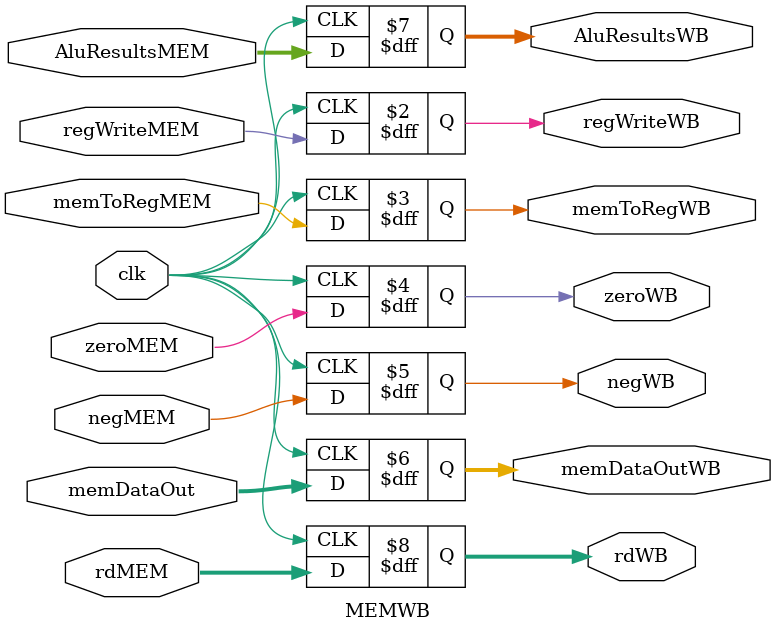
<source format=v>
`timescale 1ns / 1ps


module MEMWB(
    input wire clk,

    // Inputs
    input wire regWriteMEM,
    input wire memToRegMEM,
    input wire zeroMEM,
    input wire negMEM,
    input wire [31:0] memDataOut,
    input wire [31:0] AluResultsMEM,
    input wire [5:0] rdMEM,

    // Outputs
    output reg regWriteWB,
    output reg memToRegWB,
    output reg zeroWB,
    output reg negWB,
    output reg [31:0] memDataOutWB,
    output reg [31:0] AluResultsWB,
    output reg [5:0] rdWB
);

//    initial begin
//        regWriteWB = 0;
//        memToRegWB = 0;
//        zeroWB = 0;
//        negWB = 0;
//        memDataOutWB = 0;
//        AluResultsWB = 0;
//        rdWB = 0;
//    end

    always @(posedge clk) begin
        regWriteWB <= regWriteMEM;
        memToRegWB <= memToRegMEM;
        zeroWB <= zeroMEM;
        negWB <= negMEM;
        memDataOutWB <= memDataOut;
        AluResultsWB <= AluResultsMEM;
        rdWB <= rdMEM;
    end

endmodule


</source>
